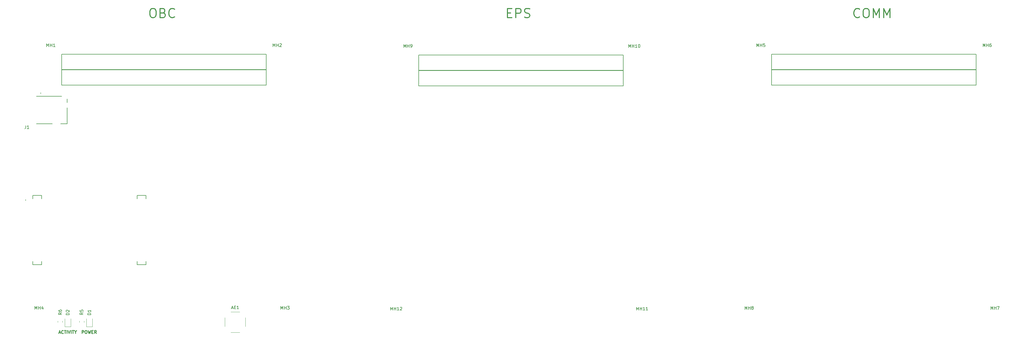
<source format=gbr>
%TF.GenerationSoftware,KiCad,Pcbnew,9.0.3*%
%TF.CreationDate,2025-07-26T14:09:02-04:00*%
%TF.ProjectId,Avionics,4176696f-6e69-4637-932e-6b696361645f,V0.8*%
%TF.SameCoordinates,Original*%
%TF.FileFunction,Legend,Top*%
%TF.FilePolarity,Positive*%
%FSLAX46Y46*%
G04 Gerber Fmt 4.6, Leading zero omitted, Abs format (unit mm)*
G04 Created by KiCad (PCBNEW 9.0.3) date 2025-07-26 14:09:02*
%MOMM*%
%LPD*%
G01*
G04 APERTURE LIST*
%ADD10C,0.250000*%
%ADD11C,0.300000*%
%ADD12C,0.150000*%
%ADD13C,0.120000*%
%ADD14C,0.160000*%
%ADD15C,0.127000*%
%ADD16C,0.200000*%
G04 APERTURE END LIST*
D10*
X68306140Y-129521404D02*
X68782330Y-129521404D01*
X68210902Y-129807119D02*
X68544235Y-128807119D01*
X68544235Y-128807119D02*
X68877568Y-129807119D01*
X69782330Y-129711880D02*
X69734711Y-129759500D01*
X69734711Y-129759500D02*
X69591854Y-129807119D01*
X69591854Y-129807119D02*
X69496616Y-129807119D01*
X69496616Y-129807119D02*
X69353759Y-129759500D01*
X69353759Y-129759500D02*
X69258521Y-129664261D01*
X69258521Y-129664261D02*
X69210902Y-129569023D01*
X69210902Y-129569023D02*
X69163283Y-129378547D01*
X69163283Y-129378547D02*
X69163283Y-129235690D01*
X69163283Y-129235690D02*
X69210902Y-129045214D01*
X69210902Y-129045214D02*
X69258521Y-128949976D01*
X69258521Y-128949976D02*
X69353759Y-128854738D01*
X69353759Y-128854738D02*
X69496616Y-128807119D01*
X69496616Y-128807119D02*
X69591854Y-128807119D01*
X69591854Y-128807119D02*
X69734711Y-128854738D01*
X69734711Y-128854738D02*
X69782330Y-128902357D01*
X70068045Y-128807119D02*
X70639473Y-128807119D01*
X70353759Y-129807119D02*
X70353759Y-128807119D01*
X70972807Y-129807119D02*
X70972807Y-128807119D01*
X71306140Y-128807119D02*
X71639473Y-129807119D01*
X71639473Y-129807119D02*
X71972806Y-128807119D01*
X72306140Y-129807119D02*
X72306140Y-128807119D01*
X72639473Y-128807119D02*
X73210901Y-128807119D01*
X72925187Y-129807119D02*
X72925187Y-128807119D01*
X73734711Y-129330928D02*
X73734711Y-129807119D01*
X73401378Y-128807119D02*
X73734711Y-129330928D01*
X73734711Y-129330928D02*
X74068044Y-128807119D01*
D11*
X328858439Y-26481542D02*
X328715582Y-26624400D01*
X328715582Y-26624400D02*
X328287010Y-26767257D01*
X328287010Y-26767257D02*
X328001296Y-26767257D01*
X328001296Y-26767257D02*
X327572725Y-26624400D01*
X327572725Y-26624400D02*
X327287010Y-26338685D01*
X327287010Y-26338685D02*
X327144153Y-26052971D01*
X327144153Y-26052971D02*
X327001296Y-25481542D01*
X327001296Y-25481542D02*
X327001296Y-25052971D01*
X327001296Y-25052971D02*
X327144153Y-24481542D01*
X327144153Y-24481542D02*
X327287010Y-24195828D01*
X327287010Y-24195828D02*
X327572725Y-23910114D01*
X327572725Y-23910114D02*
X328001296Y-23767257D01*
X328001296Y-23767257D02*
X328287010Y-23767257D01*
X328287010Y-23767257D02*
X328715582Y-23910114D01*
X328715582Y-23910114D02*
X328858439Y-24052971D01*
X330715582Y-23767257D02*
X331287010Y-23767257D01*
X331287010Y-23767257D02*
X331572725Y-23910114D01*
X331572725Y-23910114D02*
X331858439Y-24195828D01*
X331858439Y-24195828D02*
X332001296Y-24767257D01*
X332001296Y-24767257D02*
X332001296Y-25767257D01*
X332001296Y-25767257D02*
X331858439Y-26338685D01*
X331858439Y-26338685D02*
X331572725Y-26624400D01*
X331572725Y-26624400D02*
X331287010Y-26767257D01*
X331287010Y-26767257D02*
X330715582Y-26767257D01*
X330715582Y-26767257D02*
X330429868Y-26624400D01*
X330429868Y-26624400D02*
X330144153Y-26338685D01*
X330144153Y-26338685D02*
X330001296Y-25767257D01*
X330001296Y-25767257D02*
X330001296Y-24767257D01*
X330001296Y-24767257D02*
X330144153Y-24195828D01*
X330144153Y-24195828D02*
X330429868Y-23910114D01*
X330429868Y-23910114D02*
X330715582Y-23767257D01*
X333287010Y-26767257D02*
X333287010Y-23767257D01*
X333287010Y-23767257D02*
X334287010Y-25910114D01*
X334287010Y-25910114D02*
X335287010Y-23767257D01*
X335287010Y-23767257D02*
X335287010Y-26767257D01*
X336715581Y-26767257D02*
X336715581Y-23767257D01*
X336715581Y-23767257D02*
X337715581Y-25910114D01*
X337715581Y-25910114D02*
X338715581Y-23767257D01*
X338715581Y-23767257D02*
X338715581Y-26767257D01*
D10*
X75829949Y-129807119D02*
X75829949Y-128807119D01*
X75829949Y-128807119D02*
X76210901Y-128807119D01*
X76210901Y-128807119D02*
X76306139Y-128854738D01*
X76306139Y-128854738D02*
X76353758Y-128902357D01*
X76353758Y-128902357D02*
X76401377Y-128997595D01*
X76401377Y-128997595D02*
X76401377Y-129140452D01*
X76401377Y-129140452D02*
X76353758Y-129235690D01*
X76353758Y-129235690D02*
X76306139Y-129283309D01*
X76306139Y-129283309D02*
X76210901Y-129330928D01*
X76210901Y-129330928D02*
X75829949Y-129330928D01*
X77020425Y-128807119D02*
X77210901Y-128807119D01*
X77210901Y-128807119D02*
X77306139Y-128854738D01*
X77306139Y-128854738D02*
X77401377Y-128949976D01*
X77401377Y-128949976D02*
X77448996Y-129140452D01*
X77448996Y-129140452D02*
X77448996Y-129473785D01*
X77448996Y-129473785D02*
X77401377Y-129664261D01*
X77401377Y-129664261D02*
X77306139Y-129759500D01*
X77306139Y-129759500D02*
X77210901Y-129807119D01*
X77210901Y-129807119D02*
X77020425Y-129807119D01*
X77020425Y-129807119D02*
X76925187Y-129759500D01*
X76925187Y-129759500D02*
X76829949Y-129664261D01*
X76829949Y-129664261D02*
X76782330Y-129473785D01*
X76782330Y-129473785D02*
X76782330Y-129140452D01*
X76782330Y-129140452D02*
X76829949Y-128949976D01*
X76829949Y-128949976D02*
X76925187Y-128854738D01*
X76925187Y-128854738D02*
X77020425Y-128807119D01*
X77782330Y-128807119D02*
X78020425Y-129807119D01*
X78020425Y-129807119D02*
X78210901Y-129092833D01*
X78210901Y-129092833D02*
X78401377Y-129807119D01*
X78401377Y-129807119D02*
X78639473Y-128807119D01*
X79020425Y-129283309D02*
X79353758Y-129283309D01*
X79496615Y-129807119D02*
X79020425Y-129807119D01*
X79020425Y-129807119D02*
X79020425Y-128807119D01*
X79020425Y-128807119D02*
X79496615Y-128807119D01*
X80496615Y-129807119D02*
X80163282Y-129330928D01*
X79925187Y-129807119D02*
X79925187Y-128807119D01*
X79925187Y-128807119D02*
X80306139Y-128807119D01*
X80306139Y-128807119D02*
X80401377Y-128854738D01*
X80401377Y-128854738D02*
X80448996Y-128902357D01*
X80448996Y-128902357D02*
X80496615Y-128997595D01*
X80496615Y-128997595D02*
X80496615Y-129140452D01*
X80496615Y-129140452D02*
X80448996Y-129235690D01*
X80448996Y-129235690D02*
X80401377Y-129283309D01*
X80401377Y-129283309D02*
X80306139Y-129330928D01*
X80306139Y-129330928D02*
X79925187Y-129330928D01*
D11*
X214272724Y-25195828D02*
X215272724Y-25195828D01*
X215701296Y-26767257D02*
X214272724Y-26767257D01*
X214272724Y-26767257D02*
X214272724Y-23767257D01*
X214272724Y-23767257D02*
X215701296Y-23767257D01*
X216987010Y-26767257D02*
X216987010Y-23767257D01*
X216987010Y-23767257D02*
X218129867Y-23767257D01*
X218129867Y-23767257D02*
X218415582Y-23910114D01*
X218415582Y-23910114D02*
X218558439Y-24052971D01*
X218558439Y-24052971D02*
X218701296Y-24338685D01*
X218701296Y-24338685D02*
X218701296Y-24767257D01*
X218701296Y-24767257D02*
X218558439Y-25052971D01*
X218558439Y-25052971D02*
X218415582Y-25195828D01*
X218415582Y-25195828D02*
X218129867Y-25338685D01*
X218129867Y-25338685D02*
X216987010Y-25338685D01*
X219844153Y-26624400D02*
X220272725Y-26767257D01*
X220272725Y-26767257D02*
X220987010Y-26767257D01*
X220987010Y-26767257D02*
X221272725Y-26624400D01*
X221272725Y-26624400D02*
X221415582Y-26481542D01*
X221415582Y-26481542D02*
X221558439Y-26195828D01*
X221558439Y-26195828D02*
X221558439Y-25910114D01*
X221558439Y-25910114D02*
X221415582Y-25624400D01*
X221415582Y-25624400D02*
X221272725Y-25481542D01*
X221272725Y-25481542D02*
X220987010Y-25338685D01*
X220987010Y-25338685D02*
X220415582Y-25195828D01*
X220415582Y-25195828D02*
X220129867Y-25052971D01*
X220129867Y-25052971D02*
X219987010Y-24910114D01*
X219987010Y-24910114D02*
X219844153Y-24624400D01*
X219844153Y-24624400D02*
X219844153Y-24338685D01*
X219844153Y-24338685D02*
X219987010Y-24052971D01*
X219987010Y-24052971D02*
X220129867Y-23910114D01*
X220129867Y-23910114D02*
X220415582Y-23767257D01*
X220415582Y-23767257D02*
X221129867Y-23767257D01*
X221129867Y-23767257D02*
X221558439Y-23910114D01*
X98664153Y-23767257D02*
X99235581Y-23767257D01*
X99235581Y-23767257D02*
X99521296Y-23910114D01*
X99521296Y-23910114D02*
X99807010Y-24195828D01*
X99807010Y-24195828D02*
X99949867Y-24767257D01*
X99949867Y-24767257D02*
X99949867Y-25767257D01*
X99949867Y-25767257D02*
X99807010Y-26338685D01*
X99807010Y-26338685D02*
X99521296Y-26624400D01*
X99521296Y-26624400D02*
X99235581Y-26767257D01*
X99235581Y-26767257D02*
X98664153Y-26767257D01*
X98664153Y-26767257D02*
X98378439Y-26624400D01*
X98378439Y-26624400D02*
X98092724Y-26338685D01*
X98092724Y-26338685D02*
X97949867Y-25767257D01*
X97949867Y-25767257D02*
X97949867Y-24767257D01*
X97949867Y-24767257D02*
X98092724Y-24195828D01*
X98092724Y-24195828D02*
X98378439Y-23910114D01*
X98378439Y-23910114D02*
X98664153Y-23767257D01*
X102235581Y-25195828D02*
X102664153Y-25338685D01*
X102664153Y-25338685D02*
X102807010Y-25481542D01*
X102807010Y-25481542D02*
X102949867Y-25767257D01*
X102949867Y-25767257D02*
X102949867Y-26195828D01*
X102949867Y-26195828D02*
X102807010Y-26481542D01*
X102807010Y-26481542D02*
X102664153Y-26624400D01*
X102664153Y-26624400D02*
X102378438Y-26767257D01*
X102378438Y-26767257D02*
X101235581Y-26767257D01*
X101235581Y-26767257D02*
X101235581Y-23767257D01*
X101235581Y-23767257D02*
X102235581Y-23767257D01*
X102235581Y-23767257D02*
X102521296Y-23910114D01*
X102521296Y-23910114D02*
X102664153Y-24052971D01*
X102664153Y-24052971D02*
X102807010Y-24338685D01*
X102807010Y-24338685D02*
X102807010Y-24624400D01*
X102807010Y-24624400D02*
X102664153Y-24910114D01*
X102664153Y-24910114D02*
X102521296Y-25052971D01*
X102521296Y-25052971D02*
X102235581Y-25195828D01*
X102235581Y-25195828D02*
X101235581Y-25195828D01*
X105949867Y-26481542D02*
X105807010Y-26624400D01*
X105807010Y-26624400D02*
X105378438Y-26767257D01*
X105378438Y-26767257D02*
X105092724Y-26767257D01*
X105092724Y-26767257D02*
X104664153Y-26624400D01*
X104664153Y-26624400D02*
X104378438Y-26338685D01*
X104378438Y-26338685D02*
X104235581Y-26052971D01*
X104235581Y-26052971D02*
X104092724Y-25481542D01*
X104092724Y-25481542D02*
X104092724Y-25052971D01*
X104092724Y-25052971D02*
X104235581Y-24481542D01*
X104235581Y-24481542D02*
X104378438Y-24195828D01*
X104378438Y-24195828D02*
X104664153Y-23910114D01*
X104664153Y-23910114D02*
X105092724Y-23767257D01*
X105092724Y-23767257D02*
X105378438Y-23767257D01*
X105378438Y-23767257D02*
X105807010Y-23910114D01*
X105807010Y-23910114D02*
X105949867Y-24052971D01*
D12*
X78704819Y-123680594D02*
X77704819Y-123680594D01*
X77704819Y-123680594D02*
X77704819Y-123442499D01*
X77704819Y-123442499D02*
X77752438Y-123299642D01*
X77752438Y-123299642D02*
X77847676Y-123204404D01*
X77847676Y-123204404D02*
X77942914Y-123156785D01*
X77942914Y-123156785D02*
X78133390Y-123109166D01*
X78133390Y-123109166D02*
X78276247Y-123109166D01*
X78276247Y-123109166D02*
X78466723Y-123156785D01*
X78466723Y-123156785D02*
X78561961Y-123204404D01*
X78561961Y-123204404D02*
X78657200Y-123299642D01*
X78657200Y-123299642D02*
X78704819Y-123442499D01*
X78704819Y-123442499D02*
X78704819Y-123680594D01*
X78704819Y-122156785D02*
X78704819Y-122728213D01*
X78704819Y-122442499D02*
X77704819Y-122442499D01*
X77704819Y-122442499D02*
X77847676Y-122537737D01*
X77847676Y-122537737D02*
X77942914Y-122632975D01*
X77942914Y-122632975D02*
X77990533Y-122728213D01*
X69204819Y-123041666D02*
X68728628Y-123374999D01*
X69204819Y-123613094D02*
X68204819Y-123613094D01*
X68204819Y-123613094D02*
X68204819Y-123232142D01*
X68204819Y-123232142D02*
X68252438Y-123136904D01*
X68252438Y-123136904D02*
X68300057Y-123089285D01*
X68300057Y-123089285D02*
X68395295Y-123041666D01*
X68395295Y-123041666D02*
X68538152Y-123041666D01*
X68538152Y-123041666D02*
X68633390Y-123089285D01*
X68633390Y-123089285D02*
X68681009Y-123136904D01*
X68681009Y-123136904D02*
X68728628Y-123232142D01*
X68728628Y-123232142D02*
X68728628Y-123613094D01*
X68204819Y-122184523D02*
X68204819Y-122374999D01*
X68204819Y-122374999D02*
X68252438Y-122470237D01*
X68252438Y-122470237D02*
X68300057Y-122517856D01*
X68300057Y-122517856D02*
X68442914Y-122613094D01*
X68442914Y-122613094D02*
X68633390Y-122660713D01*
X68633390Y-122660713D02*
X69014342Y-122660713D01*
X69014342Y-122660713D02*
X69109580Y-122613094D01*
X69109580Y-122613094D02*
X69157200Y-122565475D01*
X69157200Y-122565475D02*
X69204819Y-122470237D01*
X69204819Y-122470237D02*
X69204819Y-122279761D01*
X69204819Y-122279761D02*
X69157200Y-122184523D01*
X69157200Y-122184523D02*
X69109580Y-122136904D01*
X69109580Y-122136904D02*
X69014342Y-122089285D01*
X69014342Y-122089285D02*
X68776247Y-122089285D01*
X68776247Y-122089285D02*
X68681009Y-122136904D01*
X68681009Y-122136904D02*
X68633390Y-122184523D01*
X68633390Y-122184523D02*
X68585771Y-122279761D01*
X68585771Y-122279761D02*
X68585771Y-122470237D01*
X68585771Y-122470237D02*
X68633390Y-122565475D01*
X68633390Y-122565475D02*
X68681009Y-122613094D01*
X68681009Y-122613094D02*
X68776247Y-122660713D01*
X71704819Y-123680594D02*
X70704819Y-123680594D01*
X70704819Y-123680594D02*
X70704819Y-123442499D01*
X70704819Y-123442499D02*
X70752438Y-123299642D01*
X70752438Y-123299642D02*
X70847676Y-123204404D01*
X70847676Y-123204404D02*
X70942914Y-123156785D01*
X70942914Y-123156785D02*
X71133390Y-123109166D01*
X71133390Y-123109166D02*
X71276247Y-123109166D01*
X71276247Y-123109166D02*
X71466723Y-123156785D01*
X71466723Y-123156785D02*
X71561961Y-123204404D01*
X71561961Y-123204404D02*
X71657200Y-123299642D01*
X71657200Y-123299642D02*
X71704819Y-123442499D01*
X71704819Y-123442499D02*
X71704819Y-123680594D01*
X70800057Y-122728213D02*
X70752438Y-122680594D01*
X70752438Y-122680594D02*
X70704819Y-122585356D01*
X70704819Y-122585356D02*
X70704819Y-122347261D01*
X70704819Y-122347261D02*
X70752438Y-122252023D01*
X70752438Y-122252023D02*
X70800057Y-122204404D01*
X70800057Y-122204404D02*
X70895295Y-122156785D01*
X70895295Y-122156785D02*
X70990533Y-122156785D01*
X70990533Y-122156785D02*
X71133390Y-122204404D01*
X71133390Y-122204404D02*
X71704819Y-122775832D01*
X71704819Y-122775832D02*
X71704819Y-122156785D01*
X180554166Y-36492518D02*
X180554166Y-35492518D01*
X180554166Y-35492518D02*
X180887499Y-36206803D01*
X180887499Y-36206803D02*
X181220832Y-35492518D01*
X181220832Y-35492518D02*
X181220832Y-36492518D01*
X181697023Y-36492518D02*
X181697023Y-35492518D01*
X181697023Y-35968708D02*
X182268451Y-35968708D01*
X182268451Y-36492518D02*
X182268451Y-35492518D01*
X182792261Y-36492518D02*
X182982737Y-36492518D01*
X182982737Y-36492518D02*
X183077975Y-36444899D01*
X183077975Y-36444899D02*
X183125594Y-36397279D01*
X183125594Y-36397279D02*
X183220832Y-36254422D01*
X183220832Y-36254422D02*
X183268451Y-36063946D01*
X183268451Y-36063946D02*
X183268451Y-35682994D01*
X183268451Y-35682994D02*
X183220832Y-35587756D01*
X183220832Y-35587756D02*
X183173213Y-35540137D01*
X183173213Y-35540137D02*
X183077975Y-35492518D01*
X183077975Y-35492518D02*
X182887499Y-35492518D01*
X182887499Y-35492518D02*
X182792261Y-35540137D01*
X182792261Y-35540137D02*
X182744642Y-35587756D01*
X182744642Y-35587756D02*
X182697023Y-35682994D01*
X182697023Y-35682994D02*
X182697023Y-35921089D01*
X182697023Y-35921089D02*
X182744642Y-36016327D01*
X182744642Y-36016327D02*
X182792261Y-36063946D01*
X182792261Y-36063946D02*
X182887499Y-36111565D01*
X182887499Y-36111565D02*
X183077975Y-36111565D01*
X183077975Y-36111565D02*
X183173213Y-36063946D01*
X183173213Y-36063946D02*
X183220832Y-36016327D01*
X183220832Y-36016327D02*
X183268451Y-35921089D01*
X253737975Y-36492518D02*
X253737975Y-35492518D01*
X253737975Y-35492518D02*
X254071308Y-36206803D01*
X254071308Y-36206803D02*
X254404641Y-35492518D01*
X254404641Y-35492518D02*
X254404641Y-36492518D01*
X254880832Y-36492518D02*
X254880832Y-35492518D01*
X254880832Y-35968708D02*
X255452260Y-35968708D01*
X255452260Y-36492518D02*
X255452260Y-35492518D01*
X256452260Y-36492518D02*
X255880832Y-36492518D01*
X256166546Y-36492518D02*
X256166546Y-35492518D01*
X256166546Y-35492518D02*
X256071308Y-35635375D01*
X256071308Y-35635375D02*
X255976070Y-35730613D01*
X255976070Y-35730613D02*
X255880832Y-35778232D01*
X257071308Y-35492518D02*
X257166546Y-35492518D01*
X257166546Y-35492518D02*
X257261784Y-35540137D01*
X257261784Y-35540137D02*
X257309403Y-35587756D01*
X257309403Y-35587756D02*
X257357022Y-35682994D01*
X257357022Y-35682994D02*
X257404641Y-35873470D01*
X257404641Y-35873470D02*
X257404641Y-36111565D01*
X257404641Y-36111565D02*
X257357022Y-36302041D01*
X257357022Y-36302041D02*
X257309403Y-36397279D01*
X257309403Y-36397279D02*
X257261784Y-36444899D01*
X257261784Y-36444899D02*
X257166546Y-36492518D01*
X257166546Y-36492518D02*
X257071308Y-36492518D01*
X257071308Y-36492518D02*
X256976070Y-36444899D01*
X256976070Y-36444899D02*
X256928451Y-36397279D01*
X256928451Y-36397279D02*
X256880832Y-36302041D01*
X256880832Y-36302041D02*
X256833213Y-36111565D01*
X256833213Y-36111565D02*
X256833213Y-35873470D01*
X256833213Y-35873470D02*
X256880832Y-35682994D01*
X256880832Y-35682994D02*
X256928451Y-35587756D01*
X256928451Y-35587756D02*
X256976070Y-35540137D01*
X256976070Y-35540137D02*
X257071308Y-35492518D01*
X176267975Y-122217518D02*
X176267975Y-121217518D01*
X176267975Y-121217518D02*
X176601308Y-121931803D01*
X176601308Y-121931803D02*
X176934641Y-121217518D01*
X176934641Y-121217518D02*
X176934641Y-122217518D01*
X177410832Y-122217518D02*
X177410832Y-121217518D01*
X177410832Y-121693708D02*
X177982260Y-121693708D01*
X177982260Y-122217518D02*
X177982260Y-121217518D01*
X178982260Y-122217518D02*
X178410832Y-122217518D01*
X178696546Y-122217518D02*
X178696546Y-121217518D01*
X178696546Y-121217518D02*
X178601308Y-121360375D01*
X178601308Y-121360375D02*
X178506070Y-121455613D01*
X178506070Y-121455613D02*
X178410832Y-121503232D01*
X179363213Y-121312756D02*
X179410832Y-121265137D01*
X179410832Y-121265137D02*
X179506070Y-121217518D01*
X179506070Y-121217518D02*
X179744165Y-121217518D01*
X179744165Y-121217518D02*
X179839403Y-121265137D01*
X179839403Y-121265137D02*
X179887022Y-121312756D01*
X179887022Y-121312756D02*
X179934641Y-121407994D01*
X179934641Y-121407994D02*
X179934641Y-121503232D01*
X179934641Y-121503232D02*
X179887022Y-121646089D01*
X179887022Y-121646089D02*
X179315594Y-122217518D01*
X179315594Y-122217518D02*
X179934641Y-122217518D01*
X256277975Y-122217518D02*
X256277975Y-121217518D01*
X256277975Y-121217518D02*
X256611308Y-121931803D01*
X256611308Y-121931803D02*
X256944641Y-121217518D01*
X256944641Y-121217518D02*
X256944641Y-122217518D01*
X257420832Y-122217518D02*
X257420832Y-121217518D01*
X257420832Y-121693708D02*
X257992260Y-121693708D01*
X257992260Y-122217518D02*
X257992260Y-121217518D01*
X258992260Y-122217518D02*
X258420832Y-122217518D01*
X258706546Y-122217518D02*
X258706546Y-121217518D01*
X258706546Y-121217518D02*
X258611308Y-121360375D01*
X258611308Y-121360375D02*
X258516070Y-121455613D01*
X258516070Y-121455613D02*
X258420832Y-121503232D01*
X259944641Y-122217518D02*
X259373213Y-122217518D01*
X259658927Y-122217518D02*
X259658927Y-121217518D01*
X259658927Y-121217518D02*
X259563689Y-121360375D01*
X259563689Y-121360375D02*
X259468451Y-121455613D01*
X259468451Y-121455613D02*
X259373213Y-121503232D01*
X369014166Y-36242518D02*
X369014166Y-35242518D01*
X369014166Y-35242518D02*
X369347499Y-35956803D01*
X369347499Y-35956803D02*
X369680832Y-35242518D01*
X369680832Y-35242518D02*
X369680832Y-36242518D01*
X370157023Y-36242518D02*
X370157023Y-35242518D01*
X370157023Y-35718708D02*
X370728451Y-35718708D01*
X370728451Y-36242518D02*
X370728451Y-35242518D01*
X371633213Y-35242518D02*
X371442737Y-35242518D01*
X371442737Y-35242518D02*
X371347499Y-35290137D01*
X371347499Y-35290137D02*
X371299880Y-35337756D01*
X371299880Y-35337756D02*
X371204642Y-35480613D01*
X371204642Y-35480613D02*
X371157023Y-35671089D01*
X371157023Y-35671089D02*
X371157023Y-36052041D01*
X371157023Y-36052041D02*
X371204642Y-36147279D01*
X371204642Y-36147279D02*
X371252261Y-36194899D01*
X371252261Y-36194899D02*
X371347499Y-36242518D01*
X371347499Y-36242518D02*
X371537975Y-36242518D01*
X371537975Y-36242518D02*
X371633213Y-36194899D01*
X371633213Y-36194899D02*
X371680832Y-36147279D01*
X371680832Y-36147279D02*
X371728451Y-36052041D01*
X371728451Y-36052041D02*
X371728451Y-35813946D01*
X371728451Y-35813946D02*
X371680832Y-35718708D01*
X371680832Y-35718708D02*
X371633213Y-35671089D01*
X371633213Y-35671089D02*
X371537975Y-35623470D01*
X371537975Y-35623470D02*
X371347499Y-35623470D01*
X371347499Y-35623470D02*
X371252261Y-35671089D01*
X371252261Y-35671089D02*
X371204642Y-35718708D01*
X371204642Y-35718708D02*
X371157023Y-35813946D01*
X124523333Y-121504104D02*
X124999523Y-121504104D01*
X124428095Y-121789819D02*
X124761428Y-120789819D01*
X124761428Y-120789819D02*
X125094761Y-121789819D01*
X125428095Y-121266009D02*
X125761428Y-121266009D01*
X125904285Y-121789819D02*
X125428095Y-121789819D01*
X125428095Y-121789819D02*
X125428095Y-120789819D01*
X125428095Y-120789819D02*
X125904285Y-120789819D01*
X126856666Y-121789819D02*
X126285238Y-121789819D01*
X126570952Y-121789819D02*
X126570952Y-120789819D01*
X126570952Y-120789819D02*
X126475714Y-120932676D01*
X126475714Y-120932676D02*
X126380476Y-121027914D01*
X126380476Y-121027914D02*
X126285238Y-121075533D01*
X291544166Y-121967518D02*
X291544166Y-120967518D01*
X291544166Y-120967518D02*
X291877499Y-121681803D01*
X291877499Y-121681803D02*
X292210832Y-120967518D01*
X292210832Y-120967518D02*
X292210832Y-121967518D01*
X292687023Y-121967518D02*
X292687023Y-120967518D01*
X292687023Y-121443708D02*
X293258451Y-121443708D01*
X293258451Y-121967518D02*
X293258451Y-120967518D01*
X293877499Y-121396089D02*
X293782261Y-121348470D01*
X293782261Y-121348470D02*
X293734642Y-121300851D01*
X293734642Y-121300851D02*
X293687023Y-121205613D01*
X293687023Y-121205613D02*
X293687023Y-121157994D01*
X293687023Y-121157994D02*
X293734642Y-121062756D01*
X293734642Y-121062756D02*
X293782261Y-121015137D01*
X293782261Y-121015137D02*
X293877499Y-120967518D01*
X293877499Y-120967518D02*
X294067975Y-120967518D01*
X294067975Y-120967518D02*
X294163213Y-121015137D01*
X294163213Y-121015137D02*
X294210832Y-121062756D01*
X294210832Y-121062756D02*
X294258451Y-121157994D01*
X294258451Y-121157994D02*
X294258451Y-121205613D01*
X294258451Y-121205613D02*
X294210832Y-121300851D01*
X294210832Y-121300851D02*
X294163213Y-121348470D01*
X294163213Y-121348470D02*
X294067975Y-121396089D01*
X294067975Y-121396089D02*
X293877499Y-121396089D01*
X293877499Y-121396089D02*
X293782261Y-121443708D01*
X293782261Y-121443708D02*
X293734642Y-121491327D01*
X293734642Y-121491327D02*
X293687023Y-121586565D01*
X293687023Y-121586565D02*
X293687023Y-121777041D01*
X293687023Y-121777041D02*
X293734642Y-121872279D01*
X293734642Y-121872279D02*
X293782261Y-121919899D01*
X293782261Y-121919899D02*
X293877499Y-121967518D01*
X293877499Y-121967518D02*
X294067975Y-121967518D01*
X294067975Y-121967518D02*
X294163213Y-121919899D01*
X294163213Y-121919899D02*
X294210832Y-121872279D01*
X294210832Y-121872279D02*
X294258451Y-121777041D01*
X294258451Y-121777041D02*
X294258451Y-121586565D01*
X294258451Y-121586565D02*
X294210832Y-121491327D01*
X294210832Y-121491327D02*
X294163213Y-121443708D01*
X294163213Y-121443708D02*
X294067975Y-121396089D01*
X64374166Y-36222518D02*
X64374166Y-35222518D01*
X64374166Y-35222518D02*
X64707499Y-35936803D01*
X64707499Y-35936803D02*
X65040832Y-35222518D01*
X65040832Y-35222518D02*
X65040832Y-36222518D01*
X65517023Y-36222518D02*
X65517023Y-35222518D01*
X65517023Y-35698708D02*
X66088451Y-35698708D01*
X66088451Y-36222518D02*
X66088451Y-35222518D01*
X67088451Y-36222518D02*
X66517023Y-36222518D01*
X66802737Y-36222518D02*
X66802737Y-35222518D01*
X66802737Y-35222518D02*
X66707499Y-35365375D01*
X66707499Y-35365375D02*
X66612261Y-35460613D01*
X66612261Y-35460613D02*
X66517023Y-35508232D01*
X295354166Y-36242518D02*
X295354166Y-35242518D01*
X295354166Y-35242518D02*
X295687499Y-35956803D01*
X295687499Y-35956803D02*
X296020832Y-35242518D01*
X296020832Y-35242518D02*
X296020832Y-36242518D01*
X296497023Y-36242518D02*
X296497023Y-35242518D01*
X296497023Y-35718708D02*
X297068451Y-35718708D01*
X297068451Y-36242518D02*
X297068451Y-35242518D01*
X298020832Y-35242518D02*
X297544642Y-35242518D01*
X297544642Y-35242518D02*
X297497023Y-35718708D01*
X297497023Y-35718708D02*
X297544642Y-35671089D01*
X297544642Y-35671089D02*
X297639880Y-35623470D01*
X297639880Y-35623470D02*
X297877975Y-35623470D01*
X297877975Y-35623470D02*
X297973213Y-35671089D01*
X297973213Y-35671089D02*
X298020832Y-35718708D01*
X298020832Y-35718708D02*
X298068451Y-35813946D01*
X298068451Y-35813946D02*
X298068451Y-36052041D01*
X298068451Y-36052041D02*
X298020832Y-36147279D01*
X298020832Y-36147279D02*
X297973213Y-36194899D01*
X297973213Y-36194899D02*
X297877975Y-36242518D01*
X297877975Y-36242518D02*
X297639880Y-36242518D01*
X297639880Y-36242518D02*
X297544642Y-36194899D01*
X297544642Y-36194899D02*
X297497023Y-36147279D01*
X57566666Y-61954819D02*
X57566666Y-62669104D01*
X57566666Y-62669104D02*
X57519047Y-62811961D01*
X57519047Y-62811961D02*
X57423809Y-62907200D01*
X57423809Y-62907200D02*
X57280952Y-62954819D01*
X57280952Y-62954819D02*
X57185714Y-62954819D01*
X58566666Y-62954819D02*
X57995238Y-62954819D01*
X58280952Y-62954819D02*
X58280952Y-61954819D01*
X58280952Y-61954819D02*
X58185714Y-62097676D01*
X58185714Y-62097676D02*
X58090476Y-62192914D01*
X58090476Y-62192914D02*
X57995238Y-62240533D01*
X60564166Y-121947518D02*
X60564166Y-120947518D01*
X60564166Y-120947518D02*
X60897499Y-121661803D01*
X60897499Y-121661803D02*
X61230832Y-120947518D01*
X61230832Y-120947518D02*
X61230832Y-121947518D01*
X61707023Y-121947518D02*
X61707023Y-120947518D01*
X61707023Y-121423708D02*
X62278451Y-121423708D01*
X62278451Y-121947518D02*
X62278451Y-120947518D01*
X63183213Y-121280851D02*
X63183213Y-121947518D01*
X62945118Y-120899899D02*
X62707023Y-121614184D01*
X62707023Y-121614184D02*
X63326070Y-121614184D01*
X138034166Y-36222518D02*
X138034166Y-35222518D01*
X138034166Y-35222518D02*
X138367499Y-35936803D01*
X138367499Y-35936803D02*
X138700832Y-35222518D01*
X138700832Y-35222518D02*
X138700832Y-36222518D01*
X139177023Y-36222518D02*
X139177023Y-35222518D01*
X139177023Y-35698708D02*
X139748451Y-35698708D01*
X139748451Y-36222518D02*
X139748451Y-35222518D01*
X140177023Y-35317756D02*
X140224642Y-35270137D01*
X140224642Y-35270137D02*
X140319880Y-35222518D01*
X140319880Y-35222518D02*
X140557975Y-35222518D01*
X140557975Y-35222518D02*
X140653213Y-35270137D01*
X140653213Y-35270137D02*
X140700832Y-35317756D01*
X140700832Y-35317756D02*
X140748451Y-35412994D01*
X140748451Y-35412994D02*
X140748451Y-35508232D01*
X140748451Y-35508232D02*
X140700832Y-35651089D01*
X140700832Y-35651089D02*
X140129404Y-36222518D01*
X140129404Y-36222518D02*
X140748451Y-36222518D01*
X140574166Y-121947518D02*
X140574166Y-120947518D01*
X140574166Y-120947518D02*
X140907499Y-121661803D01*
X140907499Y-121661803D02*
X141240832Y-120947518D01*
X141240832Y-120947518D02*
X141240832Y-121947518D01*
X141717023Y-121947518D02*
X141717023Y-120947518D01*
X141717023Y-121423708D02*
X142288451Y-121423708D01*
X142288451Y-121947518D02*
X142288451Y-120947518D01*
X142669404Y-120947518D02*
X143288451Y-120947518D01*
X143288451Y-120947518D02*
X142955118Y-121328470D01*
X142955118Y-121328470D02*
X143097975Y-121328470D01*
X143097975Y-121328470D02*
X143193213Y-121376089D01*
X143193213Y-121376089D02*
X143240832Y-121423708D01*
X143240832Y-121423708D02*
X143288451Y-121518946D01*
X143288451Y-121518946D02*
X143288451Y-121757041D01*
X143288451Y-121757041D02*
X143240832Y-121852279D01*
X143240832Y-121852279D02*
X143193213Y-121899899D01*
X143193213Y-121899899D02*
X143097975Y-121947518D01*
X143097975Y-121947518D02*
X142812261Y-121947518D01*
X142812261Y-121947518D02*
X142717023Y-121899899D01*
X142717023Y-121899899D02*
X142669404Y-121852279D01*
X76204819Y-123041666D02*
X75728628Y-123374999D01*
X76204819Y-123613094D02*
X75204819Y-123613094D01*
X75204819Y-123613094D02*
X75204819Y-123232142D01*
X75204819Y-123232142D02*
X75252438Y-123136904D01*
X75252438Y-123136904D02*
X75300057Y-123089285D01*
X75300057Y-123089285D02*
X75395295Y-123041666D01*
X75395295Y-123041666D02*
X75538152Y-123041666D01*
X75538152Y-123041666D02*
X75633390Y-123089285D01*
X75633390Y-123089285D02*
X75681009Y-123136904D01*
X75681009Y-123136904D02*
X75728628Y-123232142D01*
X75728628Y-123232142D02*
X75728628Y-123613094D01*
X75204819Y-122136904D02*
X75204819Y-122613094D01*
X75204819Y-122613094D02*
X75681009Y-122660713D01*
X75681009Y-122660713D02*
X75633390Y-122613094D01*
X75633390Y-122613094D02*
X75585771Y-122517856D01*
X75585771Y-122517856D02*
X75585771Y-122279761D01*
X75585771Y-122279761D02*
X75633390Y-122184523D01*
X75633390Y-122184523D02*
X75681009Y-122136904D01*
X75681009Y-122136904D02*
X75776247Y-122089285D01*
X75776247Y-122089285D02*
X76014342Y-122089285D01*
X76014342Y-122089285D02*
X76109580Y-122136904D01*
X76109580Y-122136904D02*
X76157200Y-122184523D01*
X76157200Y-122184523D02*
X76204819Y-122279761D01*
X76204819Y-122279761D02*
X76204819Y-122517856D01*
X76204819Y-122517856D02*
X76157200Y-122613094D01*
X76157200Y-122613094D02*
X76109580Y-122660713D01*
X371554166Y-121967518D02*
X371554166Y-120967518D01*
X371554166Y-120967518D02*
X371887499Y-121681803D01*
X371887499Y-121681803D02*
X372220832Y-120967518D01*
X372220832Y-120967518D02*
X372220832Y-121967518D01*
X372697023Y-121967518D02*
X372697023Y-120967518D01*
X372697023Y-121443708D02*
X373268451Y-121443708D01*
X373268451Y-121967518D02*
X373268451Y-120967518D01*
X373649404Y-120967518D02*
X374316070Y-120967518D01*
X374316070Y-120967518D02*
X373887499Y-121967518D01*
D13*
%TO.C,D1*%
X77290000Y-124942500D02*
X77290000Y-127627500D01*
X77290000Y-127627500D02*
X79210000Y-127627500D01*
X79210000Y-127627500D02*
X79210000Y-124942500D01*
%TO.C,R6*%
X68015000Y-126189564D02*
X68015000Y-125735436D01*
X69485000Y-126189564D02*
X69485000Y-125735436D01*
D14*
%TO.C,H1OBC1*%
X69262499Y-43792699D02*
X69262499Y-48742699D01*
X69262499Y-43792699D02*
X135812499Y-43792699D01*
X69262499Y-48742699D02*
X135812499Y-48742699D01*
X135812499Y-43792699D02*
X135812499Y-48742699D01*
D13*
%TO.C,D2*%
X70290000Y-124942500D02*
X70290000Y-127627500D01*
X70290000Y-127627500D02*
X72210000Y-127627500D01*
X72210000Y-127627500D02*
X72210000Y-124942500D01*
D14*
%TO.C,H2OBC1*%
X300242499Y-38732699D02*
X300242499Y-43682699D01*
X300242499Y-38732699D02*
X366792499Y-38732699D01*
X300242499Y-43682699D02*
X366792499Y-43682699D01*
X366792499Y-38732699D02*
X366792499Y-43682699D01*
X69262499Y-38712699D02*
X69262499Y-43662699D01*
X69262499Y-38712699D02*
X135812499Y-38712699D01*
X69262499Y-43662699D02*
X135812499Y-43662699D01*
X135812499Y-38712699D02*
X135812499Y-43662699D01*
D13*
%TO.C,AE1*%
X122335000Y-124635000D02*
X122335000Y-127535000D01*
X124240000Y-122730000D02*
X127140000Y-122730000D01*
X124240000Y-129440000D02*
X127140000Y-129440000D01*
X129045000Y-124635000D02*
X129045000Y-127535000D01*
D14*
%TO.C,H1OBC1*%
X185442499Y-44062699D02*
X185442499Y-49012699D01*
X185442499Y-44062699D02*
X251992499Y-44062699D01*
X185442499Y-49012699D02*
X251992499Y-49012699D01*
X251992499Y-44062699D02*
X251992499Y-49012699D01*
D15*
%TO.C,J1*%
X61050000Y-52400000D02*
X69222000Y-52400000D01*
X61050000Y-61400000D02*
X66222000Y-61400000D01*
X68878000Y-61400000D02*
X71050000Y-61400000D01*
X71050000Y-54480000D02*
X71050000Y-53220000D01*
X71050000Y-61400000D02*
X71050000Y-56124000D01*
D16*
X62550000Y-51400000D02*
G75*
G02*
X62350000Y-51400000I-100000J0D01*
G01*
X62350000Y-51400000D02*
G75*
G02*
X62550000Y-51400000I100000J0D01*
G01*
D15*
%TO.C,Module1*%
X59820000Y-84775000D02*
X62700000Y-84775000D01*
X59820000Y-85855000D02*
X59820000Y-84775000D01*
X59820000Y-106295000D02*
X59820000Y-107375000D01*
X59820000Y-107375000D02*
X62700000Y-107375000D01*
X62700000Y-84775000D02*
X62700000Y-85855000D01*
X62700000Y-107375000D02*
X62700000Y-106295000D01*
X93820000Y-84775000D02*
X96700000Y-84775000D01*
X93820000Y-85855000D02*
X93820000Y-84775000D01*
X93820000Y-106295000D02*
X93820000Y-107375000D01*
X93820000Y-107375000D02*
X96700000Y-107375000D01*
X96700000Y-84775000D02*
X96700000Y-85855000D01*
X96700000Y-107375000D02*
X96700000Y-106295000D01*
D16*
X57610000Y-86275000D02*
G75*
G02*
X57410000Y-86275000I-100000J0D01*
G01*
X57410000Y-86275000D02*
G75*
G02*
X57610000Y-86275000I100000J0D01*
G01*
D14*
%TO.C,H2OBC1*%
X185442499Y-38982699D02*
X185442499Y-43932699D01*
X185442499Y-38982699D02*
X251992499Y-38982699D01*
X185442499Y-43932699D02*
X251992499Y-43932699D01*
X251992499Y-38982699D02*
X251992499Y-43932699D01*
D13*
%TO.C,R5*%
X75015000Y-126189564D02*
X75015000Y-125735436D01*
X76485000Y-126189564D02*
X76485000Y-125735436D01*
D14*
%TO.C,H1OBC1*%
X300242499Y-43812699D02*
X300242499Y-48762699D01*
X300242499Y-43812699D02*
X366792499Y-43812699D01*
X300242499Y-48762699D02*
X366792499Y-48762699D01*
X366792499Y-43812699D02*
X366792499Y-48762699D01*
%TD*%
M02*

</source>
